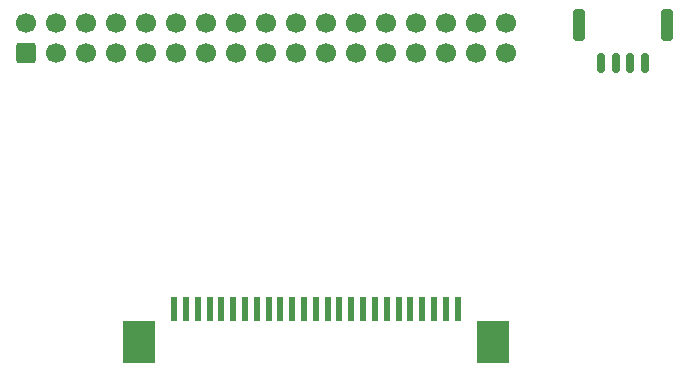
<source format=gbr>
%TF.GenerationSoftware,KiCad,Pcbnew,9.0.7*%
%TF.CreationDate,2026-02-17T16:16:18+01:00*%
%TF.ProjectId,FDD-Final,4644442d-4669-46e6-916c-2e6b69636164,rev?*%
%TF.SameCoordinates,Original*%
%TF.FileFunction,Soldermask,Top*%
%TF.FilePolarity,Negative*%
%FSLAX46Y46*%
G04 Gerber Fmt 4.6, Leading zero omitted, Abs format (unit mm)*
G04 Created by KiCad (PCBNEW 9.0.7) date 2026-02-17 16:16:18*
%MOMM*%
%LPD*%
G01*
G04 APERTURE LIST*
G04 Aperture macros list*
%AMRoundRect*
0 Rectangle with rounded corners*
0 $1 Rounding radius*
0 $2 $3 $4 $5 $6 $7 $8 $9 X,Y pos of 4 corners*
0 Add a 4 corners polygon primitive as box body*
4,1,4,$2,$3,$4,$5,$6,$7,$8,$9,$2,$3,0*
0 Add four circle primitives for the rounded corners*
1,1,$1+$1,$2,$3*
1,1,$1+$1,$4,$5*
1,1,$1+$1,$6,$7*
1,1,$1+$1,$8,$9*
0 Add four rect primitives between the rounded corners*
20,1,$1+$1,$2,$3,$4,$5,0*
20,1,$1+$1,$4,$5,$6,$7,0*
20,1,$1+$1,$6,$7,$8,$9,0*
20,1,$1+$1,$8,$9,$2,$3,0*%
G04 Aperture macros list end*
%ADD10R,0.610000X2.000000*%
%ADD11R,2.680000X3.600000*%
%ADD12RoundRect,0.150000X0.150000X0.700000X-0.150000X0.700000X-0.150000X-0.700000X0.150000X-0.700000X0*%
%ADD13RoundRect,0.250000X0.250000X1.100000X-0.250000X1.100000X-0.250000X-1.100000X0.250000X-1.100000X0*%
%ADD14RoundRect,0.250000X0.600000X-0.600000X0.600000X0.600000X-0.600000X0.600000X-0.600000X-0.600000X0*%
%ADD15C,1.700000*%
G04 APERTURE END LIST*
D10*
%TO.C,J1*%
X137665500Y-105517740D03*
X138665500Y-105517740D03*
X139665500Y-105517740D03*
X140665500Y-105517740D03*
X141665500Y-105517740D03*
X142665500Y-105517740D03*
X143665500Y-105517740D03*
X144665500Y-105517740D03*
X145665500Y-105517740D03*
X146665500Y-105517740D03*
X147665500Y-105517740D03*
X148665500Y-105517740D03*
X149665500Y-105517740D03*
X150665500Y-105517740D03*
X151665500Y-105517740D03*
X152665500Y-105517740D03*
X153665500Y-105517740D03*
X154665500Y-105517740D03*
X155665500Y-105517740D03*
X156665500Y-105517740D03*
X157665500Y-105517740D03*
X158665500Y-105517740D03*
X159665500Y-105517740D03*
X160665500Y-105517740D03*
X161665500Y-105517740D03*
D11*
X134675500Y-108317740D03*
X164655500Y-108317740D03*
%TD*%
D12*
%TO.C,J3*%
X177540500Y-84667740D03*
X176290500Y-84667740D03*
X175040500Y-84667740D03*
X173790500Y-84667740D03*
D13*
X179390500Y-81467740D03*
X171940500Y-81467740D03*
%TD*%
D14*
%TO.C,J2*%
X125165500Y-83857740D03*
D15*
X125165500Y-81317740D03*
X127705500Y-83857740D03*
X127705500Y-81317740D03*
X130245500Y-83857740D03*
X130245500Y-81317740D03*
X132785500Y-83857740D03*
X132785500Y-81317740D03*
X135325500Y-83857740D03*
X135325500Y-81317740D03*
X137865500Y-83857740D03*
X137865500Y-81317740D03*
X140405500Y-83857740D03*
X140405500Y-81317740D03*
X142945500Y-83857740D03*
X142945500Y-81317740D03*
X145485500Y-83857740D03*
X145485500Y-81317740D03*
X148025500Y-83857740D03*
X148025500Y-81317740D03*
X150565500Y-83857740D03*
X150565500Y-81317740D03*
X153105500Y-83857740D03*
X153105500Y-81317740D03*
X155645500Y-83857740D03*
X155645500Y-81317740D03*
X158185500Y-83857740D03*
X158185500Y-81317740D03*
X160725500Y-83857740D03*
X160725500Y-81317740D03*
X163265500Y-83857740D03*
X163265500Y-81317740D03*
X165805500Y-83857740D03*
X165805500Y-81317740D03*
%TD*%
M02*

</source>
